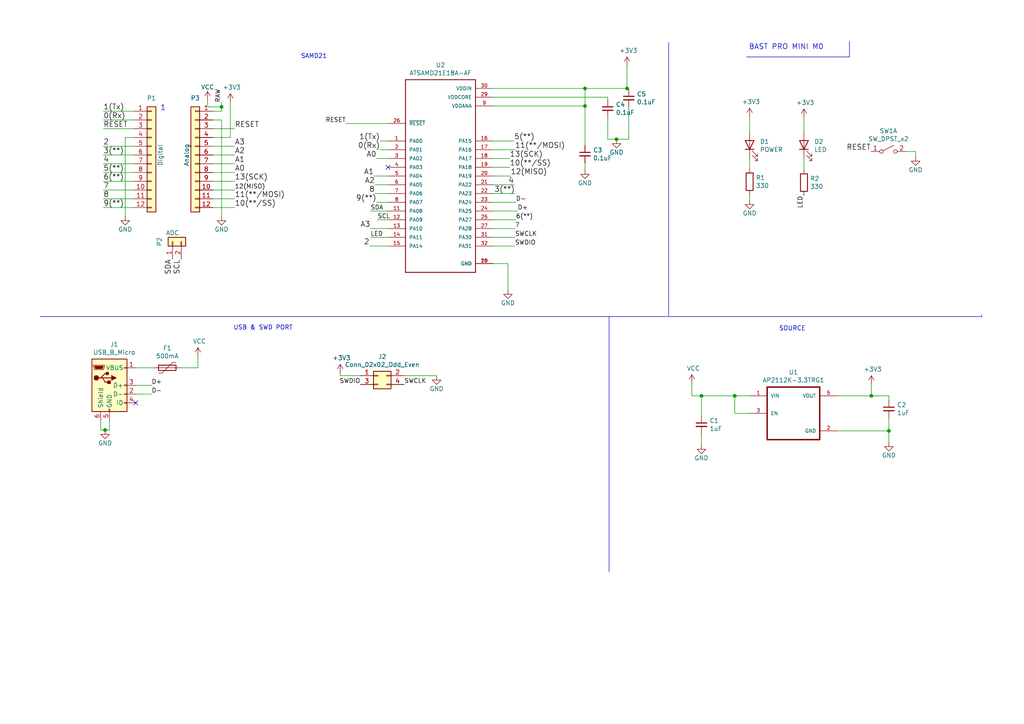
<source format=kicad_sch>
(kicad_sch (version 20230121) (generator eeschema)
  (paper "A4")
  (title_block (title "Bast Pro Mini M0") (date "2019-11-15") (rev "1") (company "Electronic Cats") (comment 1 "Edgar Capuchino") (comment 2 "Andrés Sabas") (comment 3 "Eduardo Contreras"))
  (lib_symbols
    (symbol "Bast-Pro-Mini-M0-rescue:+3.3V-Croketa-cache" (power) (pin_names (offset 0))
      (property "Value" "+3.3V-Croketa-cache" (at 0 3.556 0))
      (symbol "+3.3V-Croketa-cache_0_1"
        (polyline (pts (xy -0.762 1.27) (xy 0 2.54)))
        (polyline (pts (xy 0 0) (xy 0 2.54)))
        (polyline (pts (xy 0 2.54) (xy 0.762 1.27)))
      )
      (symbol "+3.3V-Croketa-cache_1_1"
        (pin power_in line (at 0 0 90) (length 0) hide (name "+3V3") (number "1"))
      )
    )
    (symbol "Bast-Pro-Mini-M0-rescue:+3.3V-power" (power) (pin_names (offset 0))
      (property "Value" "+3.3V-power" (at 0 3.556 0))
      (symbol "+3.3V-power_0_1"
        (polyline (pts (xy -0.762 1.27) (xy 0 2.54)))
        (polyline (pts (xy 0 0) (xy 0 2.54)))
        (polyline (pts (xy 0 2.54) (xy 0.762 1.27)))
      )
      (symbol "+3.3V-power_1_1"
        (pin power_in line (at 0 0 90) (length 0) hide (name "+3V3") (number "1"))
      )
    )
    (symbol "Bast-Pro-Mini-M0-rescue:AP2112K-3.3TRG1-Croketa-cache" (pin_names (offset 1.016))
      (property "Reference" "U" (at -7.6708 8.6614 0))
      (property "Value" "AP2112K-3.3TRG1-Croketa-cache" (at -7.6454 -11.6586 0))
      (symbol "AP2112K-3.3TRG1-Croketa-cache_0_0"
        (polyline (pts (xy -7.62 -7.62) (xy -7.62 7.62)) (stroke (width 0.4064)))
        (polyline (pts (xy -7.62 7.62) (xy 7.62 7.62)) (stroke (width 0.4064)))
        (polyline (pts (xy 7.62 -7.62) (xy -7.62 -7.62)) (stroke (width 0.4064)))
        (polyline (pts (xy 7.62 7.62) (xy 7.62 -7.62)) (stroke (width 0.4064)))
        (pin power_in line (at -12.7 5.08 0) (length 5.08) (name "VIN") (number "1"))
        (pin power_in line (at 12.7 -5.08 180) (length 5.08) (name "GND") (number "2"))
        (pin input line (at -12.7 0 0) (length 5.08) (name "EN") (number "3"))
        (pin power_in line (at 12.7 5.08 180) (length 5.08) (name "VOUT") (number "5"))
      )
    )
    (symbol "Bast-Pro-Mini-M0-rescue:ATSAMD21E18A-AF-Croketa-cache" (pin_names (offset 1.016))
      (property "Reference" "U" (at -10.1854 28.0162 0))
      (property "Value" "ATSAMD21E18A-AF-Croketa-cache" (at -10.1854 -30.5562 0))
      (symbol "ATSAMD21E18A-AF-Croketa-cache_0_0"
        (polyline (pts (xy -10.16 -27.94) (xy -10.16 27.94)) (stroke (width 0.254)))
        (polyline (pts (xy -10.16 27.94) (xy 10.16 27.94)) (stroke (width 0.254)))
        (polyline (pts (xy 10.16 -27.94) (xy -10.16 -27.94)) (stroke (width 0.254)))
        (polyline (pts (xy 10.16 27.94) (xy 10.16 -27.94)) (stroke (width 0.254)))
        (pin bidirectional line (at -15.24 10.16 0) (length 5.08) (name "PA00") (number "1"))
        (pin power_in line (at 15.24 -25.4 180) (length 5.08) (name "GND") (number "10"))
        (pin bidirectional line (at -15.24 -10.16 0) (length 5.08) (name "PA08") (number "11"))
        (pin bidirectional line (at -15.24 -12.7 0) (length 5.08) (name "PA09") (number "12"))
        (pin bidirectional line (at -15.24 -15.24 0) (length 5.08) (name "PA10") (number "13"))
        (pin bidirectional line (at -15.24 -17.78 0) (length 5.08) (name "PA11") (number "14"))
        (pin bidirectional line (at -15.24 -20.32 0) (length 5.08) (name "PA14") (number "15"))
        (pin bidirectional line (at 15.24 10.16 180) (length 5.08) (name "PA15") (number "16"))
        (pin bidirectional line (at 15.24 7.62 180) (length 5.08) (name "PA16") (number "17"))
        (pin bidirectional line (at 15.24 5.08 180) (length 5.08) (name "PA17") (number "18"))
        (pin bidirectional line (at 15.24 2.54 180) (length 5.08) (name "PA18") (number "19"))
        (pin bidirectional line (at -15.24 7.62 0) (length 5.08) (name "PA01") (number "2"))
        (pin bidirectional line (at 15.24 0 180) (length 5.08) (name "PA19") (number "20"))
        (pin bidirectional line (at 15.24 -2.54 180) (length 5.08) (name "PA22") (number "21"))
        (pin bidirectional line (at 15.24 -5.08 180) (length 5.08) (name "PA23") (number "22"))
        (pin bidirectional line (at 15.24 -7.62 180) (length 5.08) (name "PA24") (number "23"))
        (pin bidirectional line (at 15.24 -10.16 180) (length 5.08) (name "PA25") (number "24"))
        (pin bidirectional line (at 15.24 -12.7 180) (length 5.08) (name "PA27") (number "25"))
        (pin input line (at -15.24 15.24 0) (length 5.08) (name "~{RESET}") (number "26"))
        (pin bidirectional line (at 15.24 -15.24 180) (length 5.08) (name "PA28") (number "27"))
        (pin power_in line (at 15.24 -25.4 180) (length 5.08) (name "GND") (number "28"))
        (pin power_in line (at 15.24 22.86 180) (length 5.08) (name "VDDCORE") (number "29"))
        (pin bidirectional line (at -15.24 5.08 0) (length 5.08) (name "PA02") (number "3"))
        (pin power_in line (at 15.24 25.4 180) (length 5.08) (name "VDDIN") (number "30"))
        (pin bidirectional line (at 15.24 -17.78 180) (length 5.08) (name "PA30") (number "31"))
        (pin bidirectional line (at 15.24 -20.32 180) (length 5.08) (name "PA31") (number "32"))
        (pin bidirectional line (at -15.24 2.54 0) (length 5.08) (name "PA03") (number "4"))
        (pin bidirectional line (at -15.24 0 0) (length 5.08) (name "PA04") (number "5"))
        (pin bidirectional line (at -15.24 -2.54 0) (length 5.08) (name "PA05") (number "6"))
        (pin bidirectional line (at -15.24 -5.08 0) (length 5.08) (name "PA06") (number "7"))
        (pin bidirectional line (at -15.24 -7.62 0) (length 5.08) (name "PA07") (number "8"))
        (pin power_in line (at 15.24 20.32 180) (length 5.08) (name "VDDANA") (number "9"))
      )
    )
    (symbol "Bast-Pro-Mini-M0-rescue:SW_DPST_x2-Switch" (pin_names (offset 0) hide)
      (property "Reference" "SW" (at 0 3.175 0))
      (property "Value" "Switch_SW_DPST_x2" (at 0 -2.54 0))
      (symbol "SW_DPST_x2-Switch_0_0"
        (circle (center -2.032 0) (radius 0.508))
        (polyline (pts (xy -1.524 0.254) (xy 1.524 1.778)))
        (circle (center 2.032 0) (radius 0.508))
      )
      (symbol "SW_DPST_x2-Switch_1_1"
        (pin passive line (at -5.08 0 0) (length 2.54) (name "A") (number "1"))
        (pin passive line (at 5.08 0 180) (length 2.54) (name "B") (number "2"))
      )
      (symbol "SW_DPST_x2-Switch_2_1"
        (pin input line (at -5.08 0 0) (length 2.54) (name "A") (number "3"))
        (pin input line (at 5.08 0 180) (length 2.54) (name "B") (number "4"))
      )
    )
    (symbol "Bast-Pro-Mini-M0-rescue:USB_B_Micro-Connector" (pin_names (offset 1.016))
      (property "Reference" "J" (at -5.08 11.43 0))
      (property "Value" "Connector_USB_B_Micro" (at -5.08 8.89 0))
      (symbol "USB_B_Micro-Connector_0_1"
        (rectangle (start -5.08 -7.62) (end 5.08 7.62) (stroke (width 0.254)) (fill (type background)))
        (circle (center -3.81 2.159) (radius 0.635) (stroke (width 0.254)) (fill (type outline)))
        (circle (center -0.635 3.429) (radius 0.381) (stroke (width 0.254)) (fill (type outline)))
        (rectangle (start -0.127 -7.62) (end 0.127 -6.858))
        (polyline (pts (xy -1.905 2.159) (xy 0.635 2.159)) (stroke (width 0.254)))
        (polyline (pts (xy -3.175 2.159) (xy -2.54 2.159) (xy -1.27 3.429) (xy -0.635 3.429)) (stroke (width 0.254)))
        (polyline (pts (xy -2.54 2.159) (xy -1.905 2.159) (xy -1.27 0.889) (xy 0 0.889)) (stroke (width 0.254)))
        (polyline (pts (xy 0.635 2.794) (xy 0.635 1.524) (xy 1.905 2.159) (xy 0.635 2.794)) (stroke (width 0.254)) (fill (type outline)))
        (polyline (pts (xy -4.318 5.588) (xy -1.778 5.588) (xy -2.032 4.826) (xy -4.064 4.826) (xy -4.318 5.588)) (fill (type outline)))
        (polyline (pts (xy -4.699 5.842) (xy -4.699 5.588) (xy -4.445 4.826) (xy -4.445 4.572) (xy -1.651 4.572) (xy -1.651 4.826) (xy -1.397 5.588) (xy -1.397 5.842) (xy -4.699 5.842)))
        (rectangle (start 0.254 1.27) (end -0.508 0.508) (stroke (width 0.254)) (fill (type outline)))
        (rectangle (start 5.08 -5.207) (end 4.318 -4.953))
        (rectangle (start 5.08 -2.667) (end 4.318 -2.413))
        (rectangle (start 5.08 -0.127) (end 4.318 0.127))
        (rectangle (start 5.08 4.953) (end 4.318 5.207))
      )
      (symbol "USB_B_Micro-Connector_1_1"
        (pin power_out line (at 7.62 5.08 180) (length 2.54) (name "VBUS") (number "1"))
        (pin passive line (at 7.62 -2.54 180) (length 2.54) (name "D-") (number "2"))
        (pin passive line (at 7.62 0 180) (length 2.54) (name "D+") (number "3"))
        (pin passive line (at 7.62 -5.08 180) (length 2.54) (name "ID") (number "4"))
        (pin power_out line (at 0 -10.16 90) (length 2.54) (name "GND") (number "5"))
        (pin passive line (at -2.54 -10.16 90) (length 2.54) (name "Shield") (number "6"))
      )
    )
    (symbol "Connector_Generic:Conn_01x02" (pin_names (offset 1.016) hide)
      (property "Reference" "J" (at 0 2.54 0))
      (property "Value" "Conn_01x02" (at 0 -5.08 0))
      (symbol "Conn_01x02_1_1"
        (rectangle (start -1.27 -2.413) (end 0 -2.667) (stroke (width 0.1524)))
        (rectangle (start -1.27 0.127) (end 0 -0.127) (stroke (width 0.1524)))
        (rectangle (start -1.27 1.27) (end 1.27 -3.81) (stroke (width 0.254)) (fill (type background)))
        (pin passive line (at -5.08 0 0) (length 3.81) (name "Pin_1") (number "1"))
        (pin passive line (at -5.08 -2.54 0) (length 3.81) (name "Pin_2") (number "2"))
      )
    )
    (symbol "Connector_Generic:Conn_01x12" (pin_names (offset 1.016) hide)
      (property "Reference" "J" (at 0 15.24 0))
      (property "Value" "Conn_01x12" (at 0 -17.78 0))
      (symbol "Conn_01x12_1_1"
        (rectangle (start -1.27 -15.113) (end 0 -15.367) (stroke (width 0.1524)))
        (rectangle (start -1.27 -12.573) (end 0 -12.827) (stroke (width 0.1524)))
        (rectangle (start -1.27 -10.033) (end 0 -10.287) (stroke (width 0.1524)))
        (rectangle (start -1.27 -7.493) (end 0 -7.747) (stroke (width 0.1524)))
        (rectangle (start -1.27 -4.953) (end 0 -5.207) (stroke (width 0.1524)))
        (rectangle (start -1.27 -2.413) (end 0 -2.667) (stroke (width 0.1524)))
        (rectangle (start -1.27 0.127) (end 0 -0.127) (stroke (width 0.1524)))
        (rectangle (start -1.27 2.667) (end 0 2.413) (stroke (width 0.1524)))
        (rectangle (start -1.27 5.207) (end 0 4.953) (stroke (width 0.1524)))
        (rectangle (start -1.27 7.747) (end 0 7.493) (stroke (width 0.1524)))
        (rectangle (start -1.27 10.287) (end 0 10.033) (stroke (width 0.1524)))
        (rectangle (start -1.27 12.827) (end 0 12.573) (stroke (width 0.1524)))
        (rectangle (start -1.27 13.97) (end 1.27 -16.51) (stroke (width 0.254)) (fill (type background)))
        (pin passive line (at -5.08 12.7 0) (length 3.81) (name "Pin_1") (number "1"))
        (pin passive line (at -5.08 -10.16 0) (length 3.81) (name "Pin_10") (number "10"))
        (pin passive line (at -5.08 -12.7 0) (length 3.81) (name "Pin_11") (number "11"))
        (pin passive line (at -5.08 -15.24 0) (length 3.81) (name "Pin_12") (number "12"))
        (pin passive line (at -5.08 10.16 0) (length 3.81) (name "Pin_2") (number "2"))
        (pin passive line (at -5.08 7.62 0) (length 3.81) (name "Pin_3") (number "3"))
        (pin passive line (at -5.08 5.08 0) (length 3.81) (name "Pin_4") (number "4"))
        (pin passive line (at -5.08 2.54 0) (length 3.81) (name "Pin_5") (number "5"))
        (pin passive line (at -5.08 0 0) (length 3.81) (name "Pin_6") (number "6"))
        (pin passive line (at -5.08 -2.54 0) (length 3.81) (name "Pin_7") (number "7"))
        (pin passive line (at -5.08 -5.08 0) (length 3.81) (name "Pin_8") (number "8"))
        (pin passive line (at -5.08 -7.62 0) (length 3.81) (name "Pin_9") (number "9"))
      )
    )
    (symbol "Connector_Generic:Conn_02x02_Odd_Even" (pin_names (offset 1.016) hide)
      (property "Reference" "J" (at 1.27 2.54 0))
      (property "Value" "Conn_02x02_Odd_Even" (at 1.27 -5.08 0))
      (symbol "Conn_02x02_Odd_Even_1_1"
        (rectangle (start -1.27 -2.413) (end 0 -2.667) (stroke (width 0.1524)))
        (rectangle (start -1.27 0.127) (end 0 -0.127) (stroke (width 0.1524)))
        (rectangle (start -1.27 1.27) (end 3.81 -3.81) (stroke (width 0.254)) (fill (type background)))
        (rectangle (start 3.81 -2.413) (end 2.54 -2.667) (stroke (width 0.1524)))
        (rectangle (start 3.81 0.127) (end 2.54 -0.127) (stroke (width 0.1524)))
        (pin passive line (at -5.08 0 0) (length 3.81) (name "Pin_1") (number "1"))
        (pin passive line (at 7.62 0 180) (length 3.81) (name "Pin_2") (number "2"))
        (pin passive line (at -5.08 -2.54 0) (length 3.81) (name "Pin_3") (number "3"))
        (pin passive line (at 7.62 -2.54 180) (length 3.81) (name "Pin_4") (number "4"))
      )
    )
    (symbol "Device:C_Small" (pin_numbers hide) (pin_names (offset 0.254) hide)
      (property "Reference" "C" (at 0.254 1.778 0))
      (property "Value" "C_Small" (at 0.254 -2.032 0))
      (symbol "C_Small_0_1"
        (polyline (pts (xy -1.524 -0.508) (xy 1.524 -0.508)) (stroke (width 0.3302)))
        (polyline (pts (xy -1.524 0.508) (xy 1.524 0.508)) (stroke (width 0.3048)))
      )
      (symbol "C_Small_1_1"
        (pin passive line (at 0 2.54 270) (length 2.032) (name "~") (number "1"))
        (pin passive line (at 0 -2.54 90) (length 2.032) (name "~") (number "2"))
      )
    )
    (symbol "Device:LED" (pin_numbers hide) (pin_names (offset 1.016) hide)
      (property "Reference" "D" (at 0 2.54 0))
      (property "Value" "LED" (at 0 -2.54 0))
      (symbol "LED_0_1"
        (polyline (pts (xy -1.27 -1.27) (xy -1.27 1.27)) (stroke (width 0.254)))
        (polyline (pts (xy -1.27 0) (xy 1.27 0)))
        (polyline (pts (xy 1.27 -1.27) (xy 1.27 1.27) (xy -1.27 0) (xy 1.27 -1.27)) (stroke (width 0.254)))
        (polyline (pts (xy -3.048 -0.762) (xy -4.572 -2.286) (xy -3.81 -2.286) (xy -4.572 -2.286) (xy -4.572 -1.524)))
        (polyline (pts (xy -1.778 -0.762) (xy -3.302 -2.286) (xy -2.54 -2.286) (xy -3.302 -2.286) (xy -3.302 -1.524)))
      )
      (symbol "LED_1_1"
        (pin passive line (at -3.81 0 0) (length 2.54) (name "K") (number "1"))
        (pin passive line (at 3.81 0 180) (length 2.54) (name "A") (number "2"))
      )
    )
    (symbol "Device:Polyfuse" (pin_numbers hide) (pin_names (offset 0))
      (property "Reference" "F" (at -2.54 0 90))
      (property "Value" "Polyfuse" (at 2.54 0 90))
      (symbol "Polyfuse_0_1"
        (rectangle (start -0.762 2.54) (end 0.762 -2.54) (stroke (width 0.254)))
        (polyline (pts (xy 0 2.54) (xy 0 -2.54)))
        (polyline (pts (xy -1.524 2.54) (xy -1.524 1.524) (xy 1.524 -1.524) (xy 1.524 -2.54)))
      )
      (symbol "Polyfuse_1_1"
        (pin passive line (at 0 3.81 270) (length 1.27) (name "~") (number "1"))
        (pin passive line (at 0 -3.81 90) (length 1.27) (name "~") (number "2"))
      )
    )
    (symbol "Device:R" (pin_numbers hide) (pin_names (offset 0))
      (property "Reference" "R" (at 2.032 0 90))
      (property "Value" "R" (at 0 0 90))
      (symbol "R_0_1"
        (rectangle (start -1.016 -2.54) (end 1.016 2.54) (stroke (width 0.254)))
      )
      (symbol "R_1_1"
        (pin passive line (at 0 3.81 270) (length 1.27) (name "~") (number "1"))
        (pin passive line (at 0 -3.81 90) (length 1.27) (name "~") (number "2"))
      )
    )
    (symbol "power:GND" (power) (pin_names (offset 0))
      (property "Value" "GND" (at 0 -3.81 0))
      (symbol "GND_0_1"
        (polyline (pts (xy 0 0) (xy 0 -1.27) (xy 1.27 -1.27) (xy 0 -2.54) (xy -1.27 -1.27) (xy 0 -1.27)))
      )
      (symbol "GND_1_1"
        (pin power_in line (at 0 0 270) (length 0) hide (name "GND") (number "1"))
      )
    )
    (symbol "power:VCC" (power) (pin_names (offset 0))
      (property "Value" "VCC" (at 0 3.81 0))
      (symbol "VCC_0_1"
        (polyline (pts (xy -0.762 1.27) (xy 0 2.54)))
        (polyline (pts (xy 0 0) (xy 0 2.54)))
        (polyline (pts (xy 0 2.54) (xy 0.762 1.27)))
      )
      (symbol "VCC_1_1"
        (pin power_in line (at 0 0 90) (length 0) hide (name "VCC") (number "1"))
      )
    )
  )
  (junction (at 213.106 114.808))
  (junction (at 178.816 40.386))
  (junction (at 169.672 25.654))
  (junction (at 252.73 114.808))
  (junction (at 169.672 30.734))
  (junction (at 203.454 114.808))
  (junction (at 257.81 124.968))
  (junction (at 30.48 124.714))
  (junction (at 181.864 25.654))
  (junction (at 64.262 30.988))
  (no_connect (at 39.37 116.84))
  (no_connect (at 112.522 48.514))
  (wire (pts (xy 257.81 121.158) (xy 257.81 124.968)))
  (wire (pts (xy 107.442 61.214) (xy 112.522 61.214)))
  (wire (pts (xy 38.862 32.258) (xy 29.972 32.258)))
  (wire (pts (xy 64.262 32.258) (xy 61.722 32.258)))
  (wire (pts (xy 68.072 47.498) (xy 61.722 47.498)))
  (wire (pts (xy 31.75 121.92) (xy 31.75 124.714)))
  (wire (pts (xy 200.66 114.808) (xy 203.454 114.808)))
  (wire (pts (xy 117.221 108.966) (xy 126.619 108.966)))
  (wire (pts (xy 100.33 35.814) (xy 112.522 35.814)))
  (wire (pts (xy 200.66 111.252) (xy 200.66 114.808)))
  (wire (pts (xy 182.372 25.654) (xy 182.372 25.908)))
  (wire (pts (xy 252.73 114.808) (xy 257.81 114.808)))
  (wire (pts (xy 252.73 111.506) (xy 252.73 114.808)))
  (wire (pts (xy 143.002 71.374) (xy 149.352 71.374)))
  (wire (pts (xy 61.722 37.338) (xy 68.072 37.338)))
  (wire (pts (xy 143.002 25.654) (xy 169.672 25.654)))
  (wire (pts (xy 217.424 119.888) (xy 213.106 119.888)))
  (wire (pts (xy 60.198 30.988) (xy 64.262 30.988)))
  (polyline (pts (xy 246.38 16.51) (xy 246.38 12.065)))
  (wire (pts (xy 38.862 44.958) (xy 29.972 44.958)))
  (wire (pts (xy 217.424 45.847) (xy 217.424 48.895)))
  (wire (pts (xy 104.521 108.966) (xy 98.679 108.966)))
  (wire (pts (xy 61.722 55.118) (xy 68.072 55.118)))
  (wire (pts (xy 38.862 39.878) (xy 36.322 39.878)))
  (wire (pts (xy 203.454 114.808) (xy 213.106 114.808)))
  (wire (pts (xy 60.198 29.083) (xy 60.198 30.988)))
  (wire (pts (xy 39.37 114.3) (xy 43.942 114.3)))
  (wire (pts (xy 108.458 51.054) (xy 112.522 51.054)))
  (wire (pts (xy 36.322 39.878) (xy 36.322 62.738)))
  (wire (pts (xy 29.972 34.798) (xy 38.862 34.798)))
  (wire (pts (xy 107.442 66.294) (xy 112.522 66.294)))
  (wire (pts (xy 181.864 19.05) (xy 181.864 25.654)))
  (wire (pts (xy 38.862 57.658) (xy 29.972 57.658)))
  (wire (pts (xy 31.75 124.714) (xy 30.48 124.714)))
  (wire (pts (xy 143.002 66.294) (xy 149.352 66.294)))
  (wire (pts (xy 109.474 63.754) (xy 112.522 63.754)))
  (wire (pts (xy 257.81 124.968) (xy 257.81 128.27)))
  (wire (pts (xy 262.763 43.942) (xy 265.557 43.942)))
  (wire (pts (xy 176.276 34.036) (xy 176.276 40.386)))
  (wire (pts (xy 213.106 114.808) (xy 217.424 114.808)))
  (wire (pts (xy 143.002 30.734) (xy 169.672 30.734)))
  (wire (pts (xy 52.324 106.68) (xy 57.404 106.68)))
  (wire (pts (xy 242.824 124.968) (xy 257.81 124.968)))
  (wire (pts (xy 181.864 25.654) (xy 182.372 25.654)))
  (wire (pts (xy 38.862 60.198) (xy 29.972 60.198)))
  (wire (pts (xy 257.81 114.808) (xy 257.81 116.078)))
  (wire (pts (xy 107.442 68.834) (xy 112.522 68.834)))
  (wire (pts (xy 143.002 58.674) (xy 149.606 58.674)))
  (wire (pts (xy 169.672 30.734) (xy 169.672 25.654)))
  (polyline (pts (xy 193.929 12.319) (xy 193.929 91.567)))
  (wire (pts (xy 38.862 47.498) (xy 29.972 47.498)))
  (polyline (pts (xy 216.535 16.51) (xy 246.38 16.51)))
  (wire (pts (xy 112.522 58.674) (xy 109.22 58.674)))
  (wire (pts (xy 61.722 60.198) (xy 68.072 60.198)))
  (wire (pts (xy 143.002 53.594) (xy 149.098 53.594)))
  (wire (pts (xy 110.236 43.434) (xy 112.522 43.434)))
  (wire (pts (xy 182.372 40.386) (xy 178.816 40.386)))
  (wire (pts (xy 176.276 40.386) (xy 178.816 40.386)))
  (wire (pts (xy 29.21 121.92) (xy 29.21 124.714)))
  (wire (pts (xy 29.972 50.038) (xy 38.862 50.038)))
  (wire (pts (xy 149.352 56.134) (xy 143.002 56.134)))
  (wire (pts (xy 39.37 111.76) (xy 43.942 111.76)))
  (wire (pts (xy 66.802 39.878) (xy 66.802 29.718)))
  (wire (pts (xy 203.454 120.65) (xy 203.454 114.808)))
  (wire (pts (xy 68.072 52.578) (xy 61.722 52.578)))
  (wire (pts (xy 233.172 45.847) (xy 233.172 49.149)))
  (wire (pts (xy 143.002 76.454) (xy 147.32 76.454)))
  (wire (pts (xy 29.972 55.118) (xy 38.862 55.118)))
  (wire (pts (xy 143.002 63.754) (xy 149.606 63.754)))
  (wire (pts (xy 64.262 30.988) (xy 64.262 29.718)))
  (wire (pts (xy 38.862 52.578) (xy 29.972 52.578)))
  (wire (pts (xy 38.862 37.338) (xy 29.972 37.338)))
  (wire (pts (xy 61.722 39.878) (xy 66.802 39.878)))
  (wire (pts (xy 39.37 106.68) (xy 44.704 106.68)))
  (wire (pts (xy 143.002 48.514) (xy 147.828 48.514)))
  (wire (pts (xy 29.21 124.714) (xy 30.48 124.714)))
  (wire (pts (xy 110.236 40.894) (xy 112.522 40.894)))
  (wire (pts (xy 64.262 34.798) (xy 64.262 62.738)))
  (wire (pts (xy 107.188 71.374) (xy 112.522 71.374)))
  (wire (pts (xy 68.072 57.658) (xy 61.722 57.658)))
  (polyline (pts (xy 11.684 91.821) (xy 284.734 91.821)))
  (wire (pts (xy 143.002 40.894) (xy 149.098 40.894)))
  (wire (pts (xy 57.404 106.68) (xy 57.404 103.378)))
  (wire (pts (xy 143.002 51.054) (xy 148.082 51.054)))
  (wire (pts (xy 143.002 61.214) (xy 150.114 61.214)))
  (wire (pts (xy 68.072 42.418) (xy 61.722 42.418)))
  (wire (pts (xy 147.32 76.454) (xy 147.32 84.074)))
  (wire (pts (xy 29.972 42.418) (xy 38.862 42.418)))
  (wire (pts (xy 242.824 114.808) (xy 252.73 114.808)))
  (wire (pts (xy 203.454 125.73) (xy 203.454 129.032)))
  (polyline (pts (xy 176.657 165.862) (xy 176.657 91.821)))
  (wire (pts (xy 265.557 43.942) (xy 265.557 45.466)))
  (wire (pts (xy 143.002 68.834) (xy 149.352 68.834)))
  (wire (pts (xy 213.106 119.888) (xy 213.106 114.808)))
  (wire (pts (xy 149.352 43.434) (xy 143.002 43.434)))
  (wire (pts (xy 169.672 30.734) (xy 169.672 42.164)))
  (wire (pts (xy 143.002 45.974) (xy 147.828 45.974)))
  (wire (pts (xy 169.672 25.654) (xy 181.864 25.654)))
  (wire (pts (xy 176.276 28.194) (xy 143.002 28.194)))
  (wire (pts (xy 108.712 53.594) (xy 112.522 53.594)))
  (wire (pts (xy 61.722 50.038) (xy 68.072 50.038)))
  (wire (pts (xy 169.672 47.244) (xy 169.672 49.276)))
  (wire (pts (xy 108.712 56.134) (xy 112.522 56.134)))
  (wire (pts (xy 233.172 34.163) (xy 233.172 38.227)))
  (wire (pts (xy 217.424 56.515) (xy 217.424 58.039)))
  (wire (pts (xy 61.722 34.798) (xy 64.262 34.798)))
  (wire (pts (xy 182.372 30.988) (xy 182.372 40.386)))
  (wire (pts (xy 61.722 44.958) (xy 68.072 44.958)))
  (wire (pts (xy 176.276 28.956) (xy 176.276 28.194)))
  (polyline (pts (xy 284.734 91.821) (xy 284.734 91.313)))
  (wire (pts (xy 98.679 108.966) (xy 98.679 108.204)))
  (wire (pts (xy 217.424 33.909) (xy 217.424 38.227)))
  (wire (pts (xy 109.22 45.974) (xy 112.522 45.974)))
  (wire (pts (xy 64.262 32.258) (xy 64.262 30.988)))
  (text "1" (at 46.482 32.258 0) (effects (font (size 1.524 1.524)) (justify left bottom)))
  (text "USB & SWD PORT" (at 67.691 95.885 0) (effects (font (size 1.27 1.27)) (justify left bottom)))
  (text "SOURCE" (at 225.933 96.139 0) (effects (font (size 1.27 1.27)) (justify left bottom)))
  (text "BAST PRO MINI M0\n" (at 217.17 14.605 0) (effects (font (size 1.524 1.524)) (justify left bottom)))
  (text "SAMD21" (at 87.249 17.145 0) (effects (font (size 1.27 1.27)) (justify left bottom)))
  (label "2" (at 29.972 42.418 0) (effects (font (size 1.524 1.524))))
  (label "6(**)" (at 29.972 52.578 0) (effects (font (size 1.524 1.524))))
  (label "9(**)" (at 109.22 58.674 180) (effects (font (size 1.524 1.524))))
  (label "7" (at 29.972 55.118 0) (effects (font (size 1.524 1.524))))
  (label "SDA" (at 50.038 75.184 270) (effects (font (size 1.524 1.524))))
  (label "SCL" (at 52.578 75.184 270) (effects (font (size 1.524 1.524))))
  (label "SWCLK" (at 149.352 68.834 0))
  (label "RESET" (at 252.603 43.942 180) (effects (font (size 1.524 1.524))))
  (label "5(**)" (at 149.098 40.894 0) (effects (font (size 1.524 1.524))))
  (label "A3" (at 107.442 66.294 180) (effects (font (size 1.524 1.524))))
  (label "2" (at 107.188 71.374 180) (effects (font (size 1.524 1.524))))
  (label "D+" (at 150.114 61.214 0))
  (label "3(**)" (at 29.972 44.958 0) (effects (font (size 1.524 1.524))))
  (label "8" (at 108.712 56.134 180) (effects (font (size 1.524 1.524))))
  (label "10(**/SS)" (at 147.828 48.514 0) (effects (font (size 1.524 1.524))))
  (label "4" (at 29.972 47.498 0) (effects (font (size 1.524 1.524))))
  (label "LED" (at 107.442 68.834 0))
  (label "D+" (at 43.942 111.76 0))
  (label "10(**/SS)" (at 68.072 60.198 0) (effects (font (size 1.524 1.524))))
  (label "13(SCK)" (at 68.072 52.578 0) (effects (font (size 1.524 1.524))))
  (label "4" (at 149.098 53.594 180) (effects (font (size 1.524 1.524))))
  (label "RAW" (at 64.262 29.718 90))
  (label "SWDIO" (at 104.521 111.506 180))
  (label "RESET" (at 68.072 37.338 0) (effects (font (size 1.524 1.524))))
  (label "A3" (at 68.072 42.418 0) (effects (font (size 1.524 1.524))))
  (label "1(Tx)" (at 110.236 40.894 180) (effects (font (size 1.524 1.524))))
  (label "SCL" (at 109.474 63.754 0))
  (label "LED" (at 233.172 56.769 270))
  (label "12(MISO)" (at 148.082 51.054 0) (effects (font (size 1.524 1.524))))
  (label "11(**/MOSI)" (at 149.352 43.434 0) (effects (font (size 1.524 1.524))))
  (label "D-" (at 149.606 58.674 0))
  (label "A2" (at 68.072 44.958 0) (effects (font (size 1.524 1.524))))
  (label "3(**)" (at 149.352 56.134 180) (effects (font (size 1.524 1.524))))
  (label "A0" (at 109.22 45.974 180) (effects (font (size 1.524 1.524))))
  (label "A1" (at 108.458 51.054 180) (effects (font (size 1.524 1.524))))
  (label "A1" (at 68.072 47.498 0) (effects (font (size 1.524 1.524))))
  (label "8" (at 29.972 57.658 0) (effects (font (size 1.524 1.524))))
  (label "5(**)" (at 29.972 50.038 0) (effects (font (size 1.524 1.524))))
  (label "6(**)" (at 149.606 63.754 0))
  (label "SDA" (at 107.442 61.214 0))
  (label "12(MISO)" (at 68.072 55.118 0))
  (label "0(Rx)" (at 29.972 34.798 0) (effects (font (size 1.524 1.524))))
  (label "A0" (at 68.072 50.038 0) (effects (font (size 1.524 1.524))))
  (label "9(**)" (at 29.972 60.198 0) (effects (font (size 1.524 1.524))))
  (label "13(SCK)" (at 147.828 45.974 0) (effects (font (size 1.524 1.524))))
  (label "SWCLK" (at 117.221 111.506 0))
  (label "SWDIO" (at 149.352 71.374 0))
  (label "0(Rx)" (at 110.236 43.434 180) (effects (font (size 1.524 1.524))))
  (label "RESET" (at 100.33 35.814 180))
  (label "1(Tx)" (at 29.972 32.258 0) (effects (font (size 1.524 1.524))))
  (label "A2" (at 108.712 53.594 180) (effects (font (size 1.524 1.524))))
  (label "11(**/MOSI)" (at 68.072 57.658 0) (effects (font (size 1.524 1.524))))
  (label "D-" (at 43.942 114.3 0))
  (label "7" (at 149.352 66.294 0))
  (label "RESET" (at 29.972 37.338 0) (effects (font (size 1.524 1.524))))
  (symbol (lib_id "Connector_Generic:Conn_01x02") (at 50.038 70.104 90) (unit 1)
    (property "Reference" "P2" (at 46.228 70.104 0))
    (property "Value" "ADC" (at 50.038 67.564 90))
    (property "Footprint" "Socket_Arduino_Pro_Mini:Socket_Strip_Arduino_1x02" (effects hide))
  )
  (symbol (lib_id "Connector_Generic:Conn_01x12") (at 43.942 44.958 0) (unit 1)
    (property "Reference" "P1" (at 43.942 28.448 0))
    (property "Value" "Digital" (at 46.482 44.958 90))
    (property "Footprint" "Connector_PinHeader_2.54mm:PinHeader_1x12_P2.54mm_Vertical" (effects hide))
  )
  (symbol (lib_id "Connector_Generic:Conn_01x12") (at 56.642 44.958 0) (mirror y) (unit 1)
    (property "Reference" "P3" (at 56.642 28.448 0))
    (property "Value" "Analog" (at 54.102 44.958 90))
    (property "Footprint" "Socket_Arduino_Pro_Mini:Socket_Strip_Arduino_1x12" (effects hide))
  )
  (symbol (lib_id "power:GND") (at 36.322 62.738 0) (unit 1)
    (property "Reference" "#PWR01" (effects hide))
    (property "Value" "GND" (at 36.322 66.548 0))
  )
  (symbol (lib_id "power:GND") (at 64.262 62.738 0) (unit 1)
    (property "Reference" "#PWR04" (effects hide))
    (property "Value" "GND" (at 64.262 66.548 0))
  )
  (symbol (lib_id "power:VCC") (at 60.198 29.083 0) (unit 1)
    (property "Reference" "#PWR05" (effects hide))
    (property "Value" "VCC" (at 60.198 25.273 0))
  )
  (symbol (lib_id "Bast-Pro-Mini-M0-rescue:ATSAMD21E18A-AF-Croketa-cache") (at 127.762 51.054 0) (unit 1)
    (property "Reference" "U2" (at 127.762 18.8722 0))
    (property "Value" "ATSAMD21E18A-AF" (at 127.762 21.1836 0))
    (property "Footprint" "Package_QFP:TQFP-32_7x7mm_P0.8mm" (effects hide))
    (property "Datasheet" "ATSAMD21E18A-AF" (effects hide))
    (property "manf#" "ATSAMD21E18A-AU" (effects hide))
  )
  (symbol (lib_id "power:GND") (at 147.32 84.074 0) (unit 1)
    (property "Reference" "#PWR011" (effects hide))
    (property "Value" "GND" (at 147.32 87.884 0))
  )
  (symbol (lib_id "Device:C_Small") (at 182.372 28.448 0) (unit 1)
    (property "Reference" "C5" (at 184.7088 27.2796 0) (effects (justify left)))
    (property "Value" "0.1uF" (at 184.7088 29.591 0) (effects (justify left)))
    (property "Footprint" "Capacitor_SMD:C_0603_1608Metric_Pad1.05x0.95mm_HandSolder" (effects hide))
    (property "manf#" "885012206071" (effects hide))
  )
  (symbol (lib_id "Device:C_Small") (at 176.276 31.496 0) (unit 1)
    (property "Reference" "C4" (at 178.6128 30.3276 0) (effects (justify left)))
    (property "Value" "0.1uF" (at 178.6128 32.639 0) (effects (justify left)))
    (property "Footprint" "Capacitor_SMD:C_0603_1608Metric_Pad1.05x0.95mm_HandSolder" (effects hide))
    (property "manf#" "885012206071" (effects hide))
  )
  (symbol (lib_id "power:GND") (at 178.816 40.386 0) (unit 1)
    (property "Reference" "#PWR013" (effects hide))
    (property "Value" "GND" (at 178.816 44.196 0))
  )
  (symbol (lib_id "Device:C_Small") (at 169.672 44.704 0) (unit 1)
    (property "Reference" "C3" (at 172.0088 43.5356 0) (effects (justify left)))
    (property "Value" "0.1uF" (at 172.0088 45.847 0) (effects (justify left)))
    (property "Footprint" "Capacitor_SMD:C_0603_1608Metric_Pad1.05x0.95mm_HandSolder" (effects hide))
    (property "manf#" "885012206071" (effects hide))
  )
  (symbol (lib_id "power:GND") (at 169.672 49.276 0) (unit 1)
    (property "Reference" "#PWR012" (effects hide))
    (property "Value" "GND" (at 169.672 53.086 0))
  )
  (symbol (lib_id "Bast-Pro-Mini-M0-rescue:+3.3V-power") (at 181.864 19.05 0) (unit 1)
    (property "Reference" "#PWR014" (effects hide))
    (property "Value" "+3.3V" (at 182.245 14.6558 0))
  )
  (symbol (lib_id "Device:LED") (at 217.424 42.037 90) (unit 1)
    (property "Reference" "D1" (at 220.3958 41.0718 90) (effects (justify right)))
    (property "Value" "POWER" (at 220.3958 43.3832 90) (effects (justify right)))
    (property "Footprint" "LED_SMD:LED_0805_2012Metric_Pad1.15x1.40mm_HandSolder" (effects hide))
    (property "manf#" "AP2012EC" (effects hide))
  )
  (symbol (lib_id "Device:LED") (at 233.172 42.037 90) (unit 1)
    (property "Reference" "D2" (at 236.1438 41.0718 90) (effects (justify right)))
    (property "Value" "LED" (at 236.1438 43.3832 90) (effects (justify right)))
    (property "Footprint" "LED_SMD:LED_0805_2012Metric_Pad1.15x1.40mm_HandSolder" (effects hide))
    (property "manf#" "APT2012SGC" (effects hide))
  )
  (symbol (lib_id "Device:R") (at 217.424 52.705 0) (unit 1)
    (property "Reference" "R1" (at 219.202 51.5366 0) (effects (justify left)))
    (property "Value" "330" (at 219.202 53.848 0) (effects (justify left)))
    (property "Footprint" "Resistor_SMD:R_0603_1608Metric_Pad1.05x0.95mm_HandSolder" (effects hide))
    (property "manf#" "ESR03EZPJ331" (effects hide))
  )
  (symbol (lib_id "Device:R") (at 233.172 52.959 0) (unit 1)
    (property "Reference" "R2" (at 234.95 51.7906 0) (effects (justify left)))
    (property "Value" "330" (at 234.95 54.102 0) (effects (justify left)))
    (property "Footprint" "Resistor_SMD:R_0603_1608Metric_Pad1.05x0.95mm_HandSolder" (effects hide))
    (property "manf#" "ESR03EZPJ331" (effects hide))
  )
  (symbol (lib_id "Bast-Pro-Mini-M0-rescue:+3.3V-power") (at 217.424 33.909 0) (unit 1)
    (property "Reference" "#PWR017" (effects hide))
    (property "Value" "+3.3V" (at 217.805 29.5148 0))
  )
  (symbol (lib_id "Bast-Pro-Mini-M0-rescue:+3.3V-power") (at 233.172 34.163 0) (unit 1)
    (property "Reference" "#PWR019" (effects hide))
    (property "Value" "+3.3V" (at 233.553 29.7688 0))
  )
  (symbol (lib_id "power:GND") (at 217.424 58.039 0) (unit 1)
    (property "Reference" "#PWR018" (effects hide))
    (property "Value" "GND" (at 217.424 61.849 0))
  )
  (symbol (lib_id "Bast-Pro-Mini-M0-rescue:USB_B_Micro-Connector") (at 31.75 111.76 0) (unit 1)
    (property "Reference" "J1" (at 33.147 99.8982 0))
    (property "Value" "USB_B_Micro" (at 33.147 102.2096 0))
    (property "Footprint" "Connectors:U254051N4BH806" (effects hide))
    (property "manf#" "U254051N4BH806" (effects hide))
  )
  (symbol (lib_id "power:GND") (at 30.48 124.714 0) (unit 1)
    (property "Reference" "#PWR02" (effects hide))
    (property "Value" "GND" (at 30.48 128.524 0))
  )
  (symbol (lib_id "Device:Polyfuse") (at 48.514 106.68 270) (unit 1)
    (property "Reference" "F1" (at 48.514 100.965 90))
    (property "Value" "500mA" (at 48.514 103.2764 90))
    (property "Footprint" "Fuse:Fuse_0805_2012Metric_Pad1.15x1.40mm_HandSolder" (effects hide))
    (property "manf#" "MFU0805FF00500P100" (effects hide))
  )
  (symbol (lib_id "Device:C_Small") (at 203.454 123.19 0) (unit 1)
    (property "Reference" "C1" (at 205.7908 122.0216 0) (effects (justify left)))
    (property "Value" "1uF" (at 205.7908 124.333 0) (effects (justify left)))
    (property "Footprint" "Capacitor_SMD:C_0603_1608Metric_Pad1.05x0.95mm_HandSolder" (effects hide))
    (property "manf#" "885012106022" (effects hide))
  )
  (symbol (lib_id "Bast-Pro-Mini-M0-rescue:AP2112K-3.3TRG1-Croketa-cache") (at 230.124 119.888 0) (unit 1)
    (property "Reference" "U1" (at 230.124 107.95 0))
    (property "Value" "AP2112K-3.3TRG1" (at 230.124 110.2614 0))
    (property "Footprint" "Package_TO_SOT_SMD:SOT-23-5" (effects hide))
    (property "Datasheet" "AP2112K-3.3TRG1" (effects hide))
    (property "manf#" "AP2112K-3.3TRG1" (effects hide))
  )
  (symbol (lib_id "power:GND") (at 203.454 129.032 0) (unit 1)
    (property "Reference" "#PWR07" (effects hide))
    (property "Value" "GND" (at 203.454 132.842 0))
  )
  (symbol (lib_id "Connector_Generic:Conn_02x02_Odd_Even") (at 109.601 108.966 0) (unit 1)
    (property "Reference" "J2" (at 110.871 103.4542 0))
    (property "Value" "Conn_02x02_Odd_Even" (at 110.871 105.7656 0))
    (property "Footprint" "Connector_PinHeader_2.54mm:PinHeader_2x02_P2.54mm_Vertical_SMD" (effects hide))
  )
  (symbol (lib_id "Bast-Pro-Mini-M0-rescue:+3.3V-power") (at 252.73 111.506 0) (unit 1)
    (property "Reference" "#PWR09" (effects hide))
    (property "Value" "+3.3V" (at 253.111 107.1118 0))
  )
  (symbol (lib_id "Device:C_Small") (at 257.81 118.618 0) (unit 1)
    (property "Reference" "C2" (at 260.1468 117.4496 0) (effects (justify left)))
    (property "Value" "1uF" (at 260.1468 119.761 0) (effects (justify left)))
    (property "Footprint" "Capacitor_SMD:C_0603_1608Metric_Pad1.05x0.95mm_HandSolder" (effects hide))
    (property "manf#" "885012106022" (effects hide))
  )
  (symbol (lib_id "power:GND") (at 257.81 128.27 0) (unit 1)
    (property "Reference" "#PWR010" (effects hide))
    (property "Value" "GND" (at 257.81 132.08 0))
  )
  (symbol (lib_id "Bast-Pro-Mini-M0-rescue:SW_DPST_x2-Switch") (at 257.683 43.942 0) (unit 1)
    (property "Reference" "SW1" (at 257.683 37.973 0))
    (property "Value" "SW_DPST_x2" (at 257.683 40.2844 0))
    (property "Footprint" "Button_Switch_SMD:SW_SPST_TL3342" (effects hide))
    (property "manf#" "B3U-1000P-B" (effects hide))
  )
  (symbol (lib_id "power:GND") (at 265.557 45.466 0) (unit 1)
    (property "Reference" "#PWR08" (effects hide))
    (property "Value" "GND" (at 265.557 49.276 0))
  )
  (symbol (lib_id "Bast-Pro-Mini-M0-rescue:+3.3V-power") (at 98.679 108.204 0) (unit 1)
    (property "Reference" "#PWR016" (effects hide))
    (property "Value" "+3.3V" (at 99.06 103.8098 0))
  )
  (symbol (lib_id "power:GND") (at 126.619 108.966 0) (unit 1)
    (property "Reference" "#PWR015" (effects hide))
    (property "Value" "GND" (at 126.619 112.776 0))
  )
  (symbol (lib_id "Bast-Pro-Mini-M0-rescue:+3.3V-Croketa-cache") (at 66.802 29.718 0) (unit 1)
    (property "Reference" "#PWR0101" (effects hide))
    (property "Value" "+3.3V" (at 67.183 25.3238 0))
  )
  (symbol (lib_id "power:VCC") (at 57.404 103.378 0) (unit 1)
    (property "Reference" "#PWR0102" (effects hide))
    (property "Value" "VCC" (at 57.8358 98.9838 0))
  )
  (symbol (lib_id "power:VCC") (at 200.66 111.252 0) (unit 1)
    (property "Reference" "#PWR0103" (effects hide))
    (property "Value" "VCC" (at 201.0918 106.8578 0))
  )
)
</source>
